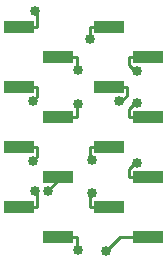
<source format=gbl>
G04 #@! TF.FileFunction,Copper,L2,Bot,Signal*
%FSLAX46Y46*%
G04 Gerber Fmt 4.6, Leading zero omitted, Abs format (unit mm)*
G04 Created by KiCad (PCBNEW 4.0.7-e2-6376~58~ubuntu16.04.1) date Sat Jan 13 09:42:42 2018*
%MOMM*%
%LPD*%
G01*
G04 APERTURE LIST*
%ADD10C,0.100000*%
%ADD11R,2.510000X1.000000*%
%ADD12C,0.850000*%
%ADD13C,0.250000*%
G04 APERTURE END LIST*
D10*
D11*
X146312000Y-98679000D03*
X146312000Y-103759000D03*
X146312000Y-108839000D03*
X146312000Y-113919000D03*
X143002000Y-96139000D03*
X143002000Y-101219000D03*
X143002000Y-106299000D03*
X143002000Y-111379000D03*
X153932000Y-98679000D03*
X153932000Y-103759000D03*
X153932000Y-108839000D03*
X153932000Y-113919000D03*
X150622000Y-96139000D03*
X150622000Y-101219000D03*
X150622000Y-106299000D03*
X150622000Y-111379000D03*
D12*
X147980300Y-99758600D03*
X147980300Y-102679300D03*
X145453800Y-109988300D03*
X147980300Y-114998000D03*
X144350700Y-94814500D03*
X144179700Y-102370000D03*
X144179700Y-107450000D03*
X144350700Y-110066100D03*
X149015000Y-97181000D03*
X153030300Y-99829800D03*
X151494400Y-102367500D03*
X153030300Y-102614100D03*
X149229700Y-107429100D03*
X153030300Y-107688200D03*
X149229700Y-110238800D03*
X150380100Y-115087000D03*
D13*
X146312000Y-98679000D02*
X147892300Y-98679000D01*
X147892300Y-99670600D02*
X147980300Y-99758600D01*
X147892300Y-98679000D02*
X147892300Y-99670600D01*
X146312000Y-103759000D02*
X147892300Y-103759000D01*
X147892300Y-102767300D02*
X147980300Y-102679300D01*
X147892300Y-103759000D02*
X147892300Y-102767300D01*
X146312000Y-109130100D02*
X145453800Y-109988300D01*
X146312000Y-108839000D02*
X146312000Y-109130100D01*
X146312000Y-113919000D02*
X147892300Y-113919000D01*
X147892300Y-114910000D02*
X147980300Y-114998000D01*
X147892300Y-113919000D02*
X147892300Y-114910000D01*
X144582300Y-95046100D02*
X144582300Y-96139000D01*
X144350700Y-94814500D02*
X144582300Y-95046100D01*
X143002000Y-96139000D02*
X144582300Y-96139000D01*
X143002000Y-101219000D02*
X144582300Y-101219000D01*
X144582300Y-101967400D02*
X144179700Y-102370000D01*
X144582300Y-101219000D02*
X144582300Y-101967400D01*
X143002000Y-106299000D02*
X144582300Y-106299000D01*
X144582300Y-107047400D02*
X144179700Y-107450000D01*
X144582300Y-106299000D02*
X144582300Y-107047400D01*
X144582300Y-110297700D02*
X144582300Y-111379000D01*
X144350700Y-110066100D02*
X144582300Y-110297700D01*
X143002000Y-111379000D02*
X144582300Y-111379000D01*
X149015000Y-96165700D02*
X149041700Y-96139000D01*
X149015000Y-97181000D02*
X149015000Y-96165700D01*
X150622000Y-96139000D02*
X149041700Y-96139000D01*
X153932000Y-98679000D02*
X152351700Y-98679000D01*
X152816000Y-99829800D02*
X153030300Y-99829800D01*
X152351700Y-99365500D02*
X152816000Y-99829800D01*
X152351700Y-98679000D02*
X152351700Y-99365500D01*
X152202300Y-101867300D02*
X152202300Y-101219000D01*
X151702100Y-102367500D02*
X152202300Y-101867300D01*
X151494400Y-102367500D02*
X151702100Y-102367500D01*
X150622000Y-101219000D02*
X152202300Y-101219000D01*
X153932000Y-103759000D02*
X152351700Y-103759000D01*
X152842700Y-102614100D02*
X153030300Y-102614100D01*
X152351700Y-103105100D02*
X152842700Y-102614100D01*
X152351700Y-103759000D02*
X152351700Y-103105100D01*
X149041700Y-107241100D02*
X149229700Y-107429100D01*
X149041700Y-106299000D02*
X149041700Y-107241100D01*
X150622000Y-106299000D02*
X149041700Y-106299000D01*
X153932000Y-108839000D02*
X152351700Y-108839000D01*
X152816000Y-107688200D02*
X153030300Y-107688200D01*
X152351700Y-108152500D02*
X152816000Y-107688200D01*
X152351700Y-108839000D02*
X152351700Y-108152500D01*
X149041700Y-110426800D02*
X149229700Y-110238800D01*
X149041700Y-111379000D02*
X149041700Y-110426800D01*
X150622000Y-111379000D02*
X149041700Y-111379000D01*
X151548100Y-113919000D02*
X150380100Y-115087000D01*
X153932000Y-113919000D02*
X151548100Y-113919000D01*
M02*

</source>
